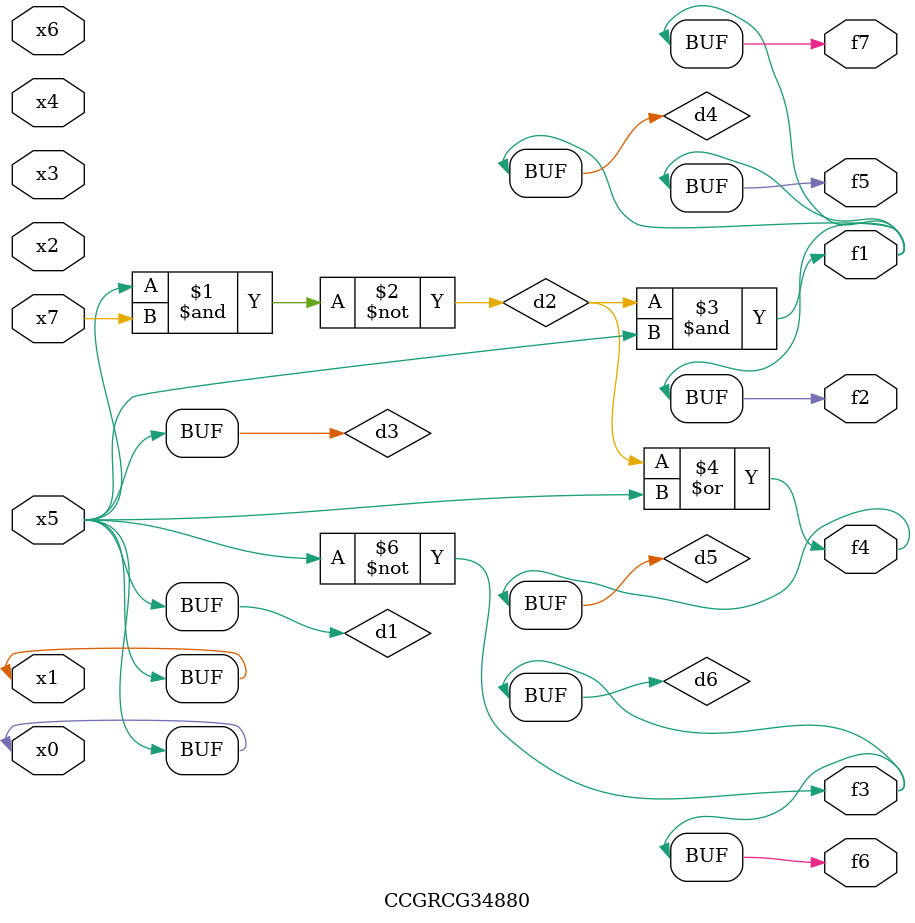
<source format=v>
module CCGRCG34880(
	input x0, x1, x2, x3, x4, x5, x6, x7,
	output f1, f2, f3, f4, f5, f6, f7
);

	wire d1, d2, d3, d4, d5, d6;

	buf (d1, x0, x5);
	nand (d2, x5, x7);
	buf (d3, x0, x1);
	and (d4, d2, d3);
	or (d5, d2, d3);
	nor (d6, d1, d3);
	assign f1 = d4;
	assign f2 = d4;
	assign f3 = d6;
	assign f4 = d5;
	assign f5 = d4;
	assign f6 = d6;
	assign f7 = d4;
endmodule

</source>
